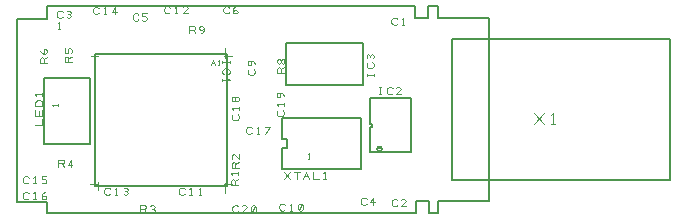
<source format=gbr>
%FSLAX25Y25*%
%MOIN*%
G04 EasyPC Gerber Version 18.0.8 Build 3632 *
%ADD15C,0.00100*%
%ADD13C,0.00197*%
%ADD12C,0.00315*%
%ADD11C,0.00400*%
%ADD10C,0.00500*%
%ADD14C,0.00800*%
X0Y0D02*
D02*
D10*
X36096Y37336D02*
Y59383D01*
X51191*
Y37336*
X45151*
Y37350*
X42198*
Y37336*
X36096*
X52927Y67257D02*
X97021D01*
Y23163*
X52927*
Y67257*
X115328Y45998D02*
X141706D01*
Y29069*
X115328*
Y36057*
X116805*
Y39009*
X115328*
Y45998*
X144659Y52494D02*
X158439D01*
Y34777*
X144659*
Y43143*
X145151*
Y44128*
X144659*
Y52494*
X146982Y35604D02*
G75*
G03X148635I827D01*
G01*
G75*
G03X146982I-827*
G01*
G36*
G75*
G03X148635I827*
G01*
G75*
G03X146982I-827*
G01*
G37*
X167322Y14305D02*
X164173D01*
Y18259*
X159803*
Y14305*
X37126*
Y17866*
X27003*
Y79126*
X37047*
Y83399*
X159763*
Y79401*
X164094*
Y83399*
X167322*
Y79165*
X184423*
Y18417*
X167322*
Y14305*
X171824Y25230D02*
Y72474D01*
X244659*
Y25230*
X171824*
D02*
D11*
X54108Y23950D02*
X51155D01*
X54108Y24738D02*
Y21982D01*
Y66667D02*
X51549D01*
X95840Y23950D02*
X98793D01*
X95840Y66667D02*
X98793D01*
X96234Y24344D02*
Y20998D01*
Y66076D02*
Y69226D01*
X199383Y43884D02*
X202509Y47634D01*
X199383D02*
X202509Y43884D01*
X205009D02*
X206259D01*
X205633D02*
Y47634D01*
X205009Y47009*
D02*
D12*
X91706Y63690D02*
X92322Y65166D01*
X92937Y63690*
X91952Y64305D02*
X92691D01*
X93921Y63690D02*
X94413D01*
X94167D02*
Y65166D01*
X93921Y64920*
D02*
D13*
X30866Y19322D02*
X30669Y19126D01*
X30275Y18929*
X29685*
X29291Y19126*
X29094Y19322*
X28897Y19716*
Y20504*
X29094Y20897*
X29291Y21094*
X29685Y21291*
X30275*
X30669Y21094*
X30866Y20897*
X32441Y18929D02*
X33228D01*
X32834D02*
Y21291D01*
X32441Y20897*
X35196Y19519D02*
X35393Y19913D01*
X35787Y20110*
X36181*
X36574Y19913*
X36771Y19519*
X36574Y19126*
X36181Y18929*
X35787*
X35393Y19126*
X35196Y19519*
Y20110*
X35393Y20700*
X35787Y21094*
X36181Y21291*
X30880Y24541D02*
X30683Y24344D01*
X30289Y24147*
X29698*
X29305Y24344*
X29108Y24541*
X28911Y24935*
Y25722*
X29108Y26116*
X29305Y26313*
X29698Y26509*
X30289*
X30683Y26313*
X30880Y26116*
X32454Y24147D02*
X33242D01*
X32848D02*
Y26509D01*
X32454Y26116*
X35210Y24344D02*
X35604Y24147D01*
X36194*
X36588Y24344*
X36785Y24738*
Y24935*
X36588Y25328*
X36194Y25525*
X35210*
Y26509*
X36785*
X33045Y43635D02*
X35407D01*
Y45604*
Y46785D02*
X33045D01*
Y48754*
X34226Y48360D02*
Y46785D01*
X35407D02*
Y48754D01*
Y49935D02*
X33045D01*
Y51116*
X33242Y51509*
X33439Y51706*
X33832Y51903*
X34620*
X35013Y51706*
X35210Y51509*
X35407Y51116*
Y49935*
Y53478D02*
Y54265D01*
Y53872D02*
X33045D01*
X33439Y53478*
X36982Y64305D02*
X34620D01*
Y65683*
X34817Y66076*
X35210Y66273*
X35604Y66076*
X35801Y65683*
Y64305*
Y65683D02*
X36982Y66273D01*
X36391Y67454D02*
X35998Y67651D01*
X35801Y68045*
Y68439*
X35998Y68832*
X36391Y69029*
X36785Y68832*
X36982Y68439*
Y68045*
X36785Y67651*
X36391Y67454*
X35801*
X35210Y67651*
X34817Y68045*
X34620Y68439*
X42165Y79716D02*
X41968Y79519D01*
X41574Y79322*
X40984*
X40590Y79519*
X40393Y79716*
X40196Y80110*
Y80897*
X40393Y81291*
X40590Y81488*
X40984Y81685*
X41574*
X41968Y81488*
X42165Y81291*
X43543Y79519D02*
X43937Y79322D01*
X44330*
X44724Y79519*
X44921Y79913*
X44724Y80307*
X44330Y80504*
X43937*
X44330D02*
X44724Y80700D01*
X44921Y81094*
X44724Y81488*
X44330Y81685*
X43937*
X43543Y81488*
X40590Y75543D02*
X41378D01*
X40984D02*
Y77905D01*
X40590Y77511*
X40722Y29659D02*
Y32021D01*
X42100*
X42494Y31824*
X42691Y31431*
X42494Y31037*
X42100Y30840*
X40722*
X42100D02*
X42691Y29659D01*
X44856D02*
Y32021D01*
X43872Y30446*
X45446*
X45250Y64502D02*
X42887D01*
Y65880*
X43084Y66273*
X43478Y66470*
X43872Y66273*
X44069Y65880*
Y64502*
Y65880D02*
X45250Y66470D01*
X45053Y67651D02*
X45250Y68045D01*
Y68635*
X45053Y69029*
X44659Y69226*
X44462*
X44069Y69029*
X43872Y68635*
Y67651*
X42887*
Y69226*
X54305Y81037D02*
X54108Y80840D01*
X53714Y80643*
X53124*
X52730Y80840*
X52533Y81037*
X52336Y81431*
Y82218*
X52533Y82612*
X52730Y82809*
X53124Y83006*
X53714*
X54108Y82809*
X54305Y82612*
X55880Y80643D02*
X56667D01*
X56273D02*
Y83006D01*
X55880Y82612*
X59620Y80643D02*
Y83006D01*
X58635Y81431*
X60210*
X58031Y20740D02*
X57834Y20543D01*
X57441Y20346*
X56850*
X56456Y20543*
X56259Y20740*
X56063Y21133*
Y21921*
X56259Y22315*
X56456Y22511*
X56850Y22708*
X57441*
X57834Y22511*
X58031Y22315*
X59606Y20346D02*
X60393D01*
X60000D02*
Y22708D01*
X59606Y22315*
X62559Y20543D02*
X62952Y20346D01*
X63346*
X63740Y20543*
X63937Y20937*
X63740Y21330*
X63346Y21527*
X62952*
X63346D02*
X63740Y21724D01*
X63937Y22118*
X63740Y22511*
X63346Y22708*
X62952*
X62559Y22511*
X67441Y78850D02*
X67244Y78653D01*
X66850Y78456*
X66259*
X65866Y78653*
X65669Y78850*
X65472Y79244*
Y80031*
X65669Y80425*
X65866Y80622*
X66259Y80819*
X66850*
X67244Y80622*
X67441Y80425*
X68622Y78653D02*
X69015Y78456D01*
X69606*
X70000Y78653*
X70196Y79047*
Y79244*
X70000Y79637*
X69606Y79834*
X68622*
Y80819*
X70196*
X68084Y14502D02*
Y16864D01*
X69462*
X69856Y16667*
X70053Y16273*
X69856Y15880*
X69462Y15683*
X68084*
X69462D02*
X70053Y14502D01*
X71431Y14698D02*
X71824Y14502D01*
X72218*
X72612Y14698*
X72809Y15092*
X72612Y15486*
X72218Y15683*
X71824*
X72218D02*
X72612Y15880D01*
X72809Y16273*
X72612Y16667*
X72218Y16864*
X71824*
X71431Y16667*
X77927Y81234D02*
X77730Y81037D01*
X77336Y80840*
X76746*
X76352Y81037*
X76155Y81234*
X75958Y81628*
Y82415*
X76155Y82809*
X76352Y83006*
X76746Y83202*
X77336*
X77730Y83006*
X77927Y82809*
X79502Y80840D02*
X80289D01*
X79895D02*
Y83202D01*
X79502Y82809*
X83832Y80840D02*
X82257D01*
X83635Y82218*
X83832Y82612*
X83635Y83006*
X83242Y83202*
X82651*
X82257Y83006*
X82848Y20801D02*
X82651Y20604D01*
X82257Y20407*
X81667*
X81273Y20604*
X81076Y20801*
X80880Y21194*
Y21982*
X81076Y22376*
X81273Y22572*
X81667Y22769*
X82257*
X82651Y22572*
X82848Y22376*
X84423Y20407D02*
X85210D01*
X84817D02*
Y22769D01*
X84423Y22376*
X87572Y20407D02*
X88360D01*
X87966D02*
Y22769D01*
X87572Y22376*
X84423Y74147D02*
Y76509D01*
X85801*
X86194Y76313*
X86391Y75919*
X86194Y75525*
X85801Y75328*
X84423*
X85801D02*
X86391Y74147D01*
X88163D02*
X88557Y74344D01*
X88950Y74738*
X89147Y75328*
Y75919*
X88950Y76313*
X88557Y76509*
X88163*
X87769Y76313*
X87572Y75919*
X87769Y75525*
X88163Y75328*
X88557*
X88950Y75525*
X89147Y75919*
X95446Y65092D02*
Y64305D01*
Y64698D02*
X97809D01*
Y65092D02*
Y64305D01*
X95840Y60565D02*
X95643Y60761D01*
X95446Y61155*
Y61746*
X95643Y62139*
X95840Y62336*
X96234Y62533*
X97021*
X97415Y62336*
X97612Y62139*
X97809Y61746*
Y61155*
X97612Y60761*
X97415Y60565*
X95446Y58990D02*
Y58202D01*
Y58596D02*
X97809D01*
X97415Y58990*
X97716Y81212D02*
X97519Y81015D01*
X97126Y80819*
X96535*
X96141Y81015*
X95944Y81212*
X95748Y81606*
Y82393*
X95944Y82787*
X96141Y82984*
X96535Y83181*
X97126*
X97519Y82984*
X97716Y82787*
X98897Y81409D02*
X99094Y81803D01*
X99488Y82000*
X99881*
X100275Y81803*
X100472Y81409*
X100275Y81015*
X99881Y80819*
X99488*
X99094Y81015*
X98897Y81409*
Y82000*
X99094Y82590*
X99488Y82984*
X99881Y83181*
X100708Y14913D02*
X100511Y14716D01*
X100118Y14519*
X99527*
X99133Y14716*
X98937Y14913*
X98740Y15307*
Y16094*
X98937Y16488*
X99133Y16685*
X99527Y16881*
X100118*
X100511Y16685*
X100708Y16488*
X103464Y14519D02*
X101889D01*
X103267Y15897*
X103464Y16291*
X103267Y16685*
X102874Y16881*
X102283*
X101889Y16685*
X105236Y14716D02*
X105630Y14519D01*
X106023*
X106417Y14716*
X106614Y15110*
Y16291*
X106417Y16685*
X106023Y16881*
X105630*
X105236Y16685*
X105039Y16291*
Y15110*
X105236Y14716*
X106417Y16685*
X100761Y23557D02*
X98399D01*
Y24935*
X98596Y25328*
X98990Y25525*
X99383Y25328*
X99580Y24935*
Y23557*
Y24935D02*
X100761Y25525D01*
Y27100D02*
Y27887D01*
Y27494D02*
X98399D01*
X98793Y27100*
X100958Y29265D02*
X98596D01*
Y30643*
X98793Y31037*
X99187Y31234*
X99580Y31037*
X99777Y30643*
Y29265*
Y30643D02*
X100958Y31234D01*
Y33990D02*
Y32415D01*
X99580Y33793*
X99187Y33990*
X98793Y33793*
X98596Y33399*
Y32809*
X98793Y32415*
X100565Y47179D02*
X100761Y46982D01*
X100958Y46588*
Y45998*
X100761Y45604*
X100565Y45407*
X100171Y45210*
X99383*
X98990Y45407*
X98793Y45604*
X98596Y45998*
Y46588*
X98793Y46982*
X98990Y47179*
X100958Y48754D02*
Y49541D01*
Y49147D02*
X98596D01*
X98990Y48754*
X99777Y52100D02*
Y52494D01*
X99580Y52887*
X99187Y53084*
X98793Y52887*
X98596Y52494*
Y52100*
X98793Y51706*
X99187Y51509*
X99580Y51706*
X99777Y52100*
X99974Y51706*
X100368Y51509*
X100761Y51706*
X100958Y52100*
Y52494*
X100761Y52887*
X100368Y53084*
X99974Y52887*
X99777Y52494*
X105289Y41076D02*
X105092Y40880D01*
X104698Y40683*
X104108*
X103714Y40880*
X103517Y41076*
X103320Y41470*
Y42257*
X103517Y42651*
X103714Y42848*
X104108Y43045*
X104698*
X105092Y42848*
X105289Y42651*
X106864Y40683D02*
X107651D01*
X107257D02*
Y43045D01*
X106864Y42651*
X109620Y40683D02*
X111194Y43045D01*
X109620*
X105880Y62336D02*
X106076Y62139D01*
X106273Y61746*
Y61155*
X106076Y60761*
X105880Y60565*
X105486Y60368*
X104698*
X104305Y60565*
X104108Y60761*
X103911Y61155*
Y61746*
X104108Y62139*
X104305Y62336*
X106273Y64108D02*
X106076Y64502D01*
X105683Y64895*
X105092Y65092*
X104502*
X104108Y64895*
X103911Y64502*
Y64108*
X104108Y63714*
X104502Y63517*
X104895Y63714*
X105092Y64108*
Y64502*
X104895Y64895*
X104502Y65092*
X116313Y15486D02*
X116116Y15289D01*
X115722Y15092*
X115131*
X114738Y15289*
X114541Y15486*
X114344Y15880*
Y16667*
X114541Y17061*
X114738Y17257*
X115131Y17454*
X115722*
X116116Y17257*
X116313Y17061*
X117887Y15092D02*
X118675D01*
X118281D02*
Y17454D01*
X117887Y17061*
X120840Y15289D02*
X121234Y15092D01*
X121628*
X122021Y15289*
X122218Y15683*
Y16864*
X122021Y17257*
X121628Y17454*
X121234*
X120840Y17257*
X120643Y16864*
Y15683*
X120840Y15289*
X122021Y17257*
X116116Y25722D02*
X118084Y28084D01*
X116116D02*
X118084Y25722D01*
X120250D02*
Y28084D01*
X119265D02*
X121234D01*
X122415Y25722D02*
X123399Y28084D01*
X124383Y25722*
X122809Y26706D02*
X123990D01*
X125565Y28084D02*
Y25722D01*
X127533*
X129108D02*
X129895D01*
X129502D02*
Y28084D01*
X129108Y27691*
X115525Y48557D02*
X115722Y48360D01*
X115919Y47966*
Y47376*
X115722Y46982*
X115525Y46785*
X115131Y46588*
X114344*
X113950Y46785*
X113754Y46982*
X113557Y47376*
Y47966*
X113754Y48360*
X113950Y48557*
X115919Y50131D02*
Y50919D01*
Y50525D02*
X113557D01*
X113950Y50131*
X115919Y53478D02*
X115722Y53872D01*
X115328Y54265*
X114738Y54462*
X114147*
X113754Y54265*
X113557Y53872*
Y53478*
X113754Y53084*
X114147Y52887*
X114541Y53084*
X114738Y53478*
Y53872*
X114541Y54265*
X114147Y54462*
X116116Y60958D02*
X113754D01*
Y62336*
X113950Y62730*
X114344Y62927*
X114738Y62730*
X114935Y62336*
Y60958*
Y62336D02*
X116116Y62927D01*
X114935Y64698D02*
Y65092D01*
X114738Y65486*
X114344Y65683*
X113950Y65486*
X113754Y65092*
Y64698*
X113950Y64305*
X114344Y64108*
X114738Y64305*
X114935Y64698*
X115131Y64305*
X115525Y64108*
X115919Y64305*
X116116Y64698*
Y65092*
X115919Y65486*
X115525Y65683*
X115131Y65486*
X114935Y65092*
X143504Y17472D02*
X143307Y17275D01*
X142913Y17078*
X142322*
X141929Y17275*
X141732Y17472*
X141535Y17866*
Y18653*
X141732Y19047*
X141929Y19244*
X142322Y19441*
X142913*
X143307Y19244*
X143504Y19047*
X145669Y17078D02*
Y19441D01*
X144685Y17866*
X146259*
X145840Y59974D02*
Y60761D01*
Y60368D02*
X143478D01*
Y59974D02*
Y60761D01*
X145446Y64502D02*
X145643Y64305D01*
X145840Y63911*
Y63320*
X145643Y62927*
X145446Y62730*
X145053Y62533*
X144265*
X143872Y62730*
X143675Y62927*
X143478Y63320*
Y63911*
X143675Y64305*
X143872Y64502*
X145643Y65880D02*
X145840Y66273D01*
Y66667*
X145643Y67061*
X145250Y67257*
X144856Y67061*
X144659Y66667*
Y66273*
Y66667D02*
X144462Y67061D01*
X144069Y67257*
X143675Y67061*
X143478Y66667*
Y66273*
X143675Y65880*
X147612Y53872D02*
X148399D01*
X148006D02*
Y56234D01*
X147612D02*
X148399D01*
X152139Y54265D02*
X151943Y54069D01*
X151549Y53872*
X150958*
X150565Y54069*
X150368Y54265*
X150171Y54659*
Y55446*
X150368Y55840*
X150565Y56037*
X150958Y56234*
X151549*
X151943Y56037*
X152139Y55840*
X154895Y53872D02*
X153320D01*
X154698Y55250*
X154895Y55643*
X154698Y56037*
X154305Y56234*
X153714*
X153320Y56037*
X153740Y77433D02*
X153543Y77236D01*
X153149Y77039*
X152559*
X152165Y77236*
X151968Y77433*
X151771Y77826*
Y78614*
X151968Y79007*
X152165Y79204*
X152559Y79401*
X153149*
X153543Y79204*
X153740Y79007*
X155315Y77039D02*
X156102D01*
X155708D02*
Y79401D01*
X155315Y79007*
X153779Y16921D02*
X153582Y16724D01*
X153189Y16527*
X152598*
X152204Y16724*
X152007Y16921*
X151811Y17315*
Y18102*
X152007Y18496*
X152204Y18693*
X152598Y18889*
X153189*
X153582Y18693*
X153779Y18496*
X156535Y16527D02*
X154960D01*
X156338Y17905*
X156535Y18299*
X156338Y18693*
X155944Y18889*
X155354*
X154960Y18693*
D02*
D14*
X116602Y70911D02*
X142402D01*
Y56911*
X116602*
Y70911*
D02*
D15*
X40531Y49979D02*
Y50604D01*
Y50291D02*
X38656D01*
X38969Y49979*
X123834Y32382D02*
X124459D01*
X124147D02*
Y34257D01*
X123834Y33944*
X0Y0D02*
M02*

</source>
